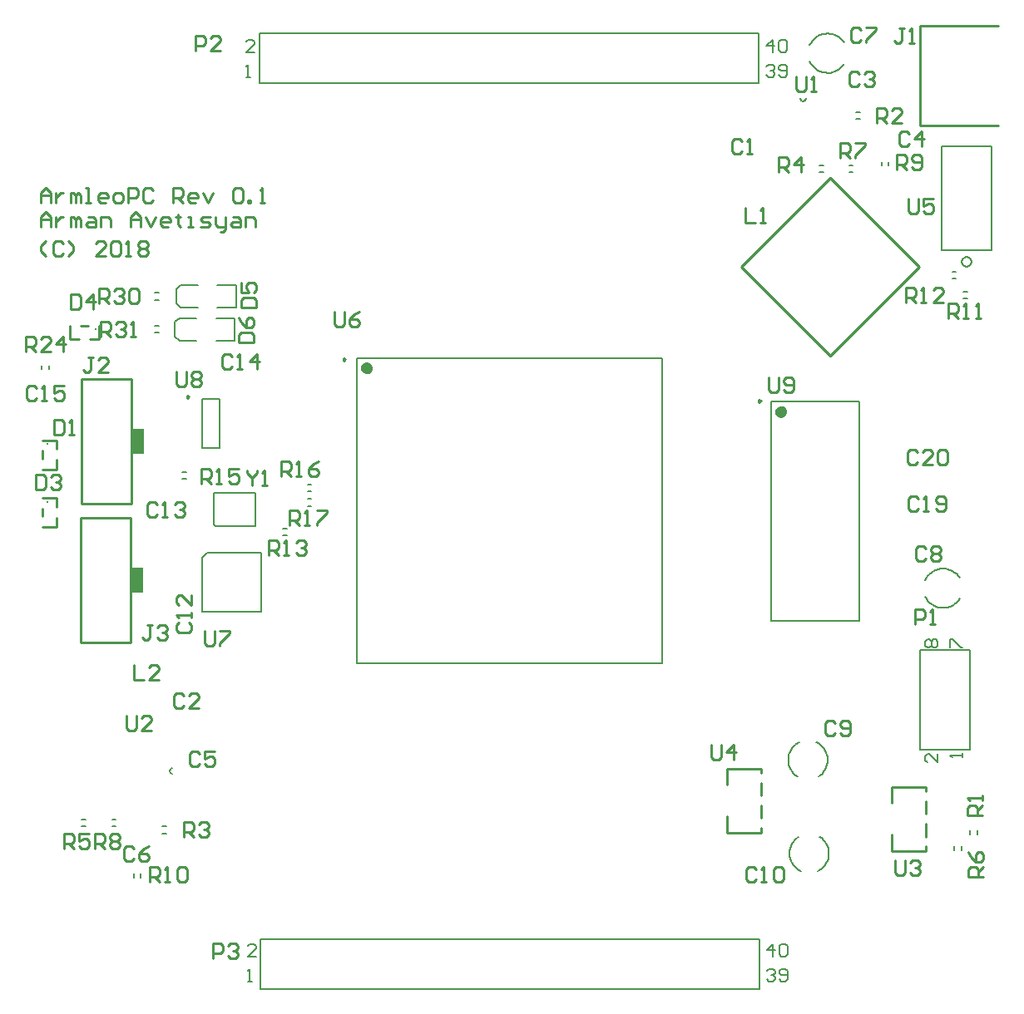
<source format=gto>
G04 Layer_Color=65535*
%FSLAX25Y25*%
%MOIN*%
G70*
G01*
G75*
%ADD34C,0.00787*%
%ADD49C,0.00984*%
%ADD50C,0.02362*%
%ADD51C,0.01000*%
%ADD52C,0.00394*%
%ADD53C,0.01000*%
%ADD54C,0.00600*%
%ADD55C,0.00800*%
%ADD56R,0.05000X0.10000*%
D34*
X415575Y475564D02*
X416044Y474689D01*
X416620Y473880D01*
X417292Y473149D01*
X418052Y472510D01*
X418886Y471970D01*
X419781Y471540D01*
X420723Y471226D01*
X421697Y471033D01*
X422687Y470965D01*
X423679Y471021D01*
X424655Y471202D01*
X425601Y471504D01*
X426501Y471923D01*
X427342Y472452D01*
X428109Y473082D01*
X428791Y473804D01*
X429376Y474606D01*
X429376Y483071D02*
X428791Y483873D01*
X428109Y484595D01*
X427342Y485225D01*
X426501Y485754D01*
X425601Y486173D01*
X424655Y486475D01*
X423679Y486656D01*
X422687Y486713D01*
X421697Y486644D01*
X420723Y486451D01*
X419781Y486137D01*
X418886Y485707D01*
X418052Y485168D01*
X417292Y484528D01*
X416620Y483797D01*
X416044Y482988D01*
X415575Y482113D01*
X480315Y395268D02*
X480051Y396252D01*
X479331Y396972D01*
X478346Y397236D01*
X477362Y396972D01*
X476642Y396252D01*
X476378Y395268D01*
X476642Y394284D01*
X477362Y393563D01*
X478346Y393299D01*
X479331Y393563D01*
X480051Y394284D01*
X480315Y395268D01*
X160216Y192195D02*
X159333Y191829D01*
X158967Y190945D01*
X159333Y190061D01*
X160216Y189695D01*
X461835Y260997D02*
X462304Y260122D01*
X462880Y259313D01*
X463552Y258582D01*
X464312Y257943D01*
X465145Y257403D01*
X466040Y256973D01*
X466983Y256660D01*
X467956Y256467D01*
X468947Y256398D01*
X469939Y256454D01*
X470915Y256635D01*
X471861Y256937D01*
X472761Y257356D01*
X473601Y257885D01*
X474369Y258515D01*
X475050Y259237D01*
X475636Y260039D01*
X475636Y268504D02*
X475050Y269306D01*
X474369Y270028D01*
X473601Y270658D01*
X472761Y271187D01*
X471861Y271606D01*
X470915Y271908D01*
X469939Y272089D01*
X468947Y272146D01*
X467956Y272077D01*
X466983Y271884D01*
X466040Y271570D01*
X465145Y271140D01*
X464312Y270601D01*
X463552Y269961D01*
X462880Y269230D01*
X462304Y268421D01*
X461835Y267546D01*
X411588Y202535D02*
X410713Y202066D01*
X409903Y201490D01*
X409173Y200818D01*
X408533Y200059D01*
X407994Y199225D01*
X407564Y198330D01*
X407250Y197388D01*
X407057Y196414D01*
X406988Y195423D01*
X407045Y194432D01*
X407226Y193455D01*
X407528Y192509D01*
X407947Y191609D01*
X408475Y190769D01*
X409106Y190001D01*
X409828Y189320D01*
X410630Y188734D01*
X419095D02*
X419897Y189320D01*
X420618Y190001D01*
X421249Y190769D01*
X421778Y191609D01*
X422197Y192509D01*
X422499Y193455D01*
X422680Y194432D01*
X422736Y195423D01*
X422667Y196414D01*
X422474Y197388D01*
X422160Y198330D01*
X421731Y199225D01*
X421191Y200058D01*
X420551Y200818D01*
X419821Y201490D01*
X419012Y202066D01*
X418137Y202535D01*
X418629Y150812D02*
X419504Y151280D01*
X420313Y151856D01*
X421043Y152529D01*
X421683Y153288D01*
X422223Y154122D01*
X422653Y155017D01*
X422966Y155959D01*
X423159Y156933D01*
X423228Y157923D01*
X423172Y158915D01*
X422991Y159891D01*
X422689Y160837D01*
X422270Y161737D01*
X421741Y162578D01*
X421111Y163345D01*
X420389Y164027D01*
X419587Y164612D01*
X411122Y164612D02*
X410320Y164027D01*
X409598Y163345D01*
X408968Y162578D01*
X408439Y161737D01*
X408020Y160837D01*
X407718Y159891D01*
X407537Y158915D01*
X407480Y157923D01*
X407549Y156933D01*
X407742Y155959D01*
X408056Y155017D01*
X408486Y154122D01*
X409025Y153288D01*
X409665Y152529D01*
X410396Y151856D01*
X411205Y151280D01*
X412080Y150812D01*
X411644Y460906D02*
X412010Y460022D01*
X412894Y459656D01*
X413778Y460022D01*
X414144Y460906D01*
X107874Y352067D02*
Y353642D01*
X110630Y352067D02*
Y353642D01*
X164075Y310925D02*
X165650D01*
X164075Y308169D02*
X165650D01*
X214272Y300098D02*
X215846D01*
X214272Y297342D02*
X215846D01*
X204429Y288287D02*
X206004D01*
X204429Y285531D02*
X206004D01*
X214272Y306004D02*
X215846D01*
X214272Y303248D02*
X215846D01*
X434252Y452362D02*
X435827D01*
X434252Y455118D02*
X435827D01*
X153248Y369488D02*
X154823D01*
X153248Y366732D02*
X154823D01*
X163583Y376870D02*
X170276D01*
X161614Y384350D02*
X163583Y385925D01*
X161614Y378445D02*
X163583Y376870D01*
Y385925D02*
X170276D01*
X161614Y378445D02*
Y384350D01*
X185630Y376870D02*
Y385925D01*
X178150Y376870D02*
X185630D01*
X178150Y385925D02*
X185630D01*
X153248Y382776D02*
X154823D01*
X153248Y380020D02*
X154823D01*
X163090Y363587D02*
X169782D01*
X161121Y371067D02*
X163090Y372642D01*
X161121Y365162D02*
X163090Y363587D01*
Y372642D02*
X169782D01*
X161121Y365162D02*
Y371067D01*
X185137Y363587D02*
Y372642D01*
X177656Y363587D02*
X185137D01*
X177656Y372642D02*
X185137D01*
X156201Y165945D02*
X157776D01*
X156201Y168701D02*
X157776D01*
X123721Y168898D02*
X125295D01*
X123721Y171653D02*
X125295D01*
X136024Y171653D02*
X137598D01*
X136024Y168898D02*
X137598D01*
X147539Y148327D02*
Y149902D01*
X144783Y148327D02*
Y149902D01*
X431299Y433957D02*
X432874D01*
X431299Y431201D02*
X432874D01*
X419488Y431201D02*
X421063D01*
X419488Y433957D02*
X421063D01*
X447244Y433760D02*
Y435335D01*
X444488Y433760D02*
Y435335D01*
X400000Y251279D02*
Y339075D01*
X435433Y251279D02*
Y339075D01*
X400000D02*
X435433D01*
X400000Y251279D02*
X435433D01*
X172146Y320374D02*
X179232D01*
X172146Y340059D02*
X179232D01*
Y320374D02*
Y340059D01*
X172146Y320374D02*
Y340059D01*
X234055Y234055D02*
Y356496D01*
X356496Y234055D02*
Y356496D01*
X234055D02*
X356496D01*
X234055Y234055D02*
X356496D01*
X479902Y199409D02*
Y239409D01*
X459902Y199409D02*
Y239409D01*
Y199409D02*
X479902D01*
X459902Y239409D02*
X479902D01*
X395197Y466791D02*
Y486791D01*
X195197Y466791D02*
Y486791D01*
X395197D01*
X195197Y466791D02*
X395197D01*
X395354Y103602D02*
Y123602D01*
X195354Y103602D02*
Y123602D01*
X395354D01*
X195354Y103602D02*
X395354D01*
X473524Y159153D02*
Y160728D01*
X476279Y159153D02*
Y160728D01*
X479921Y165551D02*
Y167126D01*
X482677Y165551D02*
Y167126D01*
X172244Y276575D02*
X174213Y278543D01*
X195866D01*
Y254921D02*
Y278543D01*
X172244Y254921D02*
X195866D01*
X172244D02*
Y276575D01*
X180709Y289075D02*
X193307D01*
Y302461D01*
X176772D02*
X193307D01*
X176772Y289862D02*
Y302461D01*
Y289862D02*
X177559Y289075D01*
X180709D01*
X472638Y391142D02*
X474213D01*
X472638Y388386D02*
X474213D01*
X477067Y383268D02*
X478642D01*
X477067Y380512D02*
X478642D01*
D49*
X395965Y339370D02*
X395226Y339796D01*
Y338944D01*
X395965Y339370D01*
X166732Y341063D02*
X165994Y341489D01*
Y340637D01*
X166732Y341063D01*
X229429Y356102D02*
X228691Y356529D01*
Y355676D01*
X229429Y356102D01*
D50*
X405118Y335138D02*
X404673Y336061D01*
X403674Y336289D01*
X402873Y335650D01*
Y334625D01*
X403674Y333986D01*
X404673Y334214D01*
X405118Y335138D01*
X239173Y352559D02*
X238728Y353483D01*
X237729Y353711D01*
X236928Y353071D01*
Y352047D01*
X237729Y351408D01*
X238728Y351636D01*
X239173Y352559D01*
D51*
X129331Y368110D02*
D03*
X109941Y298917D02*
D03*
Y322047D02*
D03*
D52*
X176575Y288681D02*
D03*
D53*
X459768Y449803D02*
X491264D01*
X459768D02*
Y489961D01*
X491264D01*
X423721Y428842D02*
X459354Y393209D01*
X388087D02*
X423721Y428842D01*
X388087Y393209D02*
X423721Y357575D01*
X459354Y393209D01*
X462106Y182776D02*
Y184547D01*
X448327D02*
X462106D01*
Y173721D02*
Y178839D01*
Y164665D02*
Y169783D01*
Y158957D02*
Y160728D01*
X448327Y178051D02*
Y184547D01*
X448524Y158957D02*
X462106D01*
X448524D02*
Y165453D01*
X396161Y190157D02*
Y191929D01*
X382382D02*
X396161D01*
Y181102D02*
Y186221D01*
Y172047D02*
Y177165D01*
Y166339D02*
Y168110D01*
X382382Y185433D02*
Y191929D01*
X382579Y166339D02*
X396161D01*
X382579D02*
Y172835D01*
X123425Y369685D02*
X126575D01*
X127165Y364173D02*
X130709D01*
Y369685D01*
X119095Y364173D02*
X122835D01*
X119095D02*
Y369685D01*
X108169Y293209D02*
Y296358D01*
X113681Y296949D02*
Y300492D01*
X108169D02*
X113681D01*
Y288878D02*
Y292618D01*
X108169Y288878D02*
X113681D01*
X123445Y242559D02*
Y292559D01*
Y242559D02*
X143445D01*
Y292559D01*
X123445D02*
X143445D01*
X123779Y298327D02*
Y348327D01*
Y298327D02*
X143780D01*
Y348327D01*
X123779D02*
X143780D01*
X108169Y316339D02*
Y319488D01*
X113681Y320079D02*
Y323622D01*
X108169D02*
X113681D01*
Y312008D02*
Y315748D01*
X108169Y312008D02*
X113681D01*
X107299Y418848D02*
Y422847D01*
X109299Y424846D01*
X111298Y422847D01*
Y418848D01*
Y421847D01*
X107299D01*
X113297Y422847D02*
Y418848D01*
Y420848D01*
X114297Y421847D01*
X115297Y422847D01*
X116296D01*
X119295Y418848D02*
Y422847D01*
X120295D01*
X121295Y421847D01*
Y418848D01*
Y421847D01*
X122294Y422847D01*
X123294Y421847D01*
Y418848D01*
X125293D02*
X127293D01*
X126293D01*
Y424846D01*
X125293D01*
X133291Y418848D02*
X131291D01*
X130292Y419848D01*
Y421847D01*
X131291Y422847D01*
X133291D01*
X134291Y421847D01*
Y420848D01*
X130292D01*
X137290Y418848D02*
X139289D01*
X140288Y419848D01*
Y421847D01*
X139289Y422847D01*
X137290D01*
X136290Y421847D01*
Y419848D01*
X137290Y418848D01*
X142288D02*
Y424846D01*
X145287D01*
X146287Y423847D01*
Y421847D01*
X145287Y420848D01*
X142288D01*
X152285Y423847D02*
X151285Y424846D01*
X149286D01*
X148286Y423847D01*
Y419848D01*
X149286Y418848D01*
X151285D01*
X152285Y419848D01*
X160282Y418848D02*
Y424846D01*
X163281D01*
X164281Y423847D01*
Y421847D01*
X163281Y420848D01*
X160282D01*
X162281D02*
X164281Y418848D01*
X169279D02*
X167280D01*
X166280Y419848D01*
Y421847D01*
X167280Y422847D01*
X169279D01*
X170279Y421847D01*
Y420848D01*
X166280D01*
X172278Y422847D02*
X174277Y418848D01*
X176277Y422847D01*
X184274Y423847D02*
X185274Y424846D01*
X187273D01*
X188273Y423847D01*
Y419848D01*
X187273Y418848D01*
X185274D01*
X184274Y419848D01*
Y423847D01*
X190272Y418848D02*
Y419848D01*
X191272D01*
Y418848D01*
X190272D01*
X195271D02*
X197270D01*
X196270D01*
Y424846D01*
X195271Y423847D01*
X107299Y409251D02*
Y413249D01*
X109299Y415249D01*
X111298Y413249D01*
Y409251D01*
Y412250D01*
X107299D01*
X113297Y413249D02*
Y409251D01*
Y411250D01*
X114297Y412250D01*
X115297Y413249D01*
X116296D01*
X119295Y409251D02*
Y413249D01*
X120295D01*
X121295Y412250D01*
Y409251D01*
Y412250D01*
X122294Y413249D01*
X123294Y412250D01*
Y409251D01*
X126293Y413249D02*
X128292D01*
X129292Y412250D01*
Y409251D01*
X126293D01*
X125293Y410250D01*
X126293Y411250D01*
X129292D01*
X131291Y409251D02*
Y413249D01*
X134291D01*
X135290Y412250D01*
Y409251D01*
X143288D02*
Y413249D01*
X145287Y415249D01*
X147286Y413249D01*
Y409251D01*
Y412250D01*
X143288D01*
X149286Y413249D02*
X151285Y409251D01*
X153284Y413249D01*
X158283Y409251D02*
X156283D01*
X155284Y410250D01*
Y412250D01*
X156283Y413249D01*
X158283D01*
X159282Y412250D01*
Y411250D01*
X155284D01*
X162281Y414249D02*
Y413249D01*
X161282D01*
X163281D01*
X162281D01*
Y410250D01*
X163281Y409251D01*
X166280D02*
X168280D01*
X167280D01*
Y413249D01*
X166280D01*
X171279Y409251D02*
X174277D01*
X175277Y410250D01*
X174277Y411250D01*
X172278D01*
X171279Y412250D01*
X172278Y413249D01*
X175277D01*
X177277D02*
Y410250D01*
X178276Y409251D01*
X181275D01*
Y408251D01*
X180276Y407251D01*
X179276D01*
X181275Y409251D02*
Y413249D01*
X184274D02*
X186274D01*
X187273Y412250D01*
Y409251D01*
X184274D01*
X183275Y410250D01*
X184274Y411250D01*
X187273D01*
X189273Y409251D02*
Y413249D01*
X192272D01*
X193271Y412250D01*
Y409251D01*
X109299Y397654D02*
X107299Y399653D01*
Y401652D01*
X109299Y403652D01*
X116296Y402652D02*
X115297Y403652D01*
X113297D01*
X112298Y402652D01*
Y398653D01*
X113297Y397654D01*
X115297D01*
X116296Y398653D01*
X118296Y397654D02*
X120295Y399653D01*
Y401652D01*
X118296Y403652D01*
X133291Y397654D02*
X129292D01*
X133291Y401652D01*
Y402652D01*
X132291Y403652D01*
X130292D01*
X129292Y402652D01*
X135290D02*
X136290Y403652D01*
X138289D01*
X139289Y402652D01*
Y398653D01*
X138289Y397654D01*
X136290D01*
X135290Y398653D01*
Y402652D01*
X141288Y397654D02*
X143288D01*
X142288D01*
Y403652D01*
X141288Y402652D01*
X146287D02*
X147286Y403652D01*
X149286D01*
X150285Y402652D01*
Y401652D01*
X149286Y400653D01*
X150285Y399653D01*
Y398653D01*
X149286Y397654D01*
X147286D01*
X146287Y398653D01*
Y399653D01*
X147286Y400653D01*
X146287Y401652D01*
Y402652D01*
X147286Y400653D02*
X149286D01*
X453310Y488774D02*
X451310D01*
X452310D01*
Y483775D01*
X451310Y482776D01*
X450311D01*
X449311Y483775D01*
X455309Y482776D02*
X457308D01*
X456309D01*
Y488774D01*
X455309Y487774D01*
X184170Y357298D02*
X183170Y358298D01*
X181171D01*
X180171Y357298D01*
Y353300D01*
X181171Y352300D01*
X183170D01*
X184170Y353300D01*
X186169Y352300D02*
X188168D01*
X187169D01*
Y358298D01*
X186169Y357298D01*
X194166Y352300D02*
Y358298D01*
X191167Y355299D01*
X195166D01*
X198819Y277559D02*
Y283557D01*
X201818D01*
X202818Y282557D01*
Y280558D01*
X201818Y279558D01*
X198819D01*
X200818D02*
X202818Y277559D01*
X204817D02*
X206816D01*
X205817D01*
Y283557D01*
X204817Y282557D01*
X209815D02*
X210815Y283557D01*
X212814D01*
X213814Y282557D01*
Y281558D01*
X212814Y280558D01*
X211815D01*
X212814D01*
X213814Y279558D01*
Y278559D01*
X212814Y277559D01*
X210815D01*
X209815Y278559D01*
X131398Y365158D02*
Y371156D01*
X134397D01*
X135396Y370156D01*
Y368157D01*
X134397Y367157D01*
X131398D01*
X133397D02*
X135396Y365158D01*
X137396Y370156D02*
X138395Y371156D01*
X140395D01*
X141394Y370156D01*
Y369156D01*
X140395Y368157D01*
X139395D01*
X140395D01*
X141394Y367157D01*
Y366157D01*
X140395Y365158D01*
X138395D01*
X137396Y366157D01*
X143394Y365158D02*
X145393D01*
X144393D01*
Y371156D01*
X143394Y370156D01*
X130905Y378445D02*
Y384443D01*
X133905D01*
X134904Y383443D01*
Y381444D01*
X133905Y380444D01*
X130905D01*
X132905D02*
X134904Y378445D01*
X136904Y383443D02*
X137903Y384443D01*
X139903D01*
X140902Y383443D01*
Y382444D01*
X139903Y381444D01*
X138903D01*
X139903D01*
X140902Y380444D01*
Y379445D01*
X139903Y378445D01*
X137903D01*
X136904Y379445D01*
X142902Y383443D02*
X143901Y384443D01*
X145901D01*
X146900Y383443D01*
Y379445D01*
X145901Y378445D01*
X143901D01*
X142902Y379445D01*
Y383443D01*
X186915Y362697D02*
X192913D01*
Y365696D01*
X191914Y366696D01*
X187915D01*
X186915Y365696D01*
Y362697D01*
Y372694D02*
X187915Y370694D01*
X189914Y368695D01*
X191914D01*
X192913Y369695D01*
Y371694D01*
X191914Y372694D01*
X190914D01*
X189914Y371694D01*
Y368695D01*
X187900Y376969D02*
X193898D01*
Y379967D01*
X192898Y380967D01*
X188899D01*
X187900Y379967D01*
Y376969D01*
Y386965D02*
Y382967D01*
X190899D01*
X189899Y384966D01*
Y385966D01*
X190899Y386965D01*
X192898D01*
X193898Y385966D01*
Y383966D01*
X192898Y382967D01*
X101378Y359252D02*
Y365250D01*
X104377D01*
X105377Y364250D01*
Y362251D01*
X104377Y361251D01*
X101378D01*
X103377D02*
X105377Y359252D01*
X111375D02*
X107376D01*
X111375Y363251D01*
Y364250D01*
X110375Y365250D01*
X108376D01*
X107376Y364250D01*
X116373Y359252D02*
Y365250D01*
X113374Y362251D01*
X117373D01*
X207185Y289370D02*
Y295368D01*
X210184D01*
X211184Y294368D01*
Y292369D01*
X210184Y291369D01*
X207185D01*
X209184D02*
X211184Y289370D01*
X213183D02*
X215182D01*
X214183D01*
Y295368D01*
X213183Y294368D01*
X218181Y295368D02*
X222180D01*
Y294368D01*
X218181Y290370D01*
Y289370D01*
X203740Y309055D02*
Y315053D01*
X206739D01*
X207739Y314054D01*
Y312054D01*
X206739Y311054D01*
X203740D01*
X205739D02*
X207739Y309055D01*
X209738D02*
X211738D01*
X210738D01*
Y315053D01*
X209738Y314054D01*
X218735Y315053D02*
X216736Y314054D01*
X214737Y312054D01*
Y310055D01*
X215736Y309055D01*
X217736D01*
X218735Y310055D01*
Y311054D01*
X217736Y312054D01*
X214737D01*
X171752Y306102D02*
Y312100D01*
X174751D01*
X175751Y311101D01*
Y309101D01*
X174751Y308102D01*
X171752D01*
X173751D02*
X175751Y306102D01*
X177750D02*
X179749D01*
X178750D01*
Y312100D01*
X177750Y311101D01*
X186747Y312100D02*
X182748D01*
Y309101D01*
X184748Y310101D01*
X185747D01*
X186747Y309101D01*
Y307102D01*
X185747Y306102D01*
X183748D01*
X182748Y307102D01*
X152129Y249600D02*
X150129D01*
X151129D01*
Y244602D01*
X150129Y243602D01*
X149130D01*
X148130Y244602D01*
X154128Y248601D02*
X155128Y249600D01*
X157127D01*
X158127Y248601D01*
Y247601D01*
X157127Y246601D01*
X156127D01*
X157127D01*
X158127Y245602D01*
Y244602D01*
X157127Y243602D01*
X155128D01*
X154128Y244602D01*
X128507Y356884D02*
X126507D01*
X127507D01*
Y351886D01*
X126507Y350886D01*
X125507D01*
X124508Y351886D01*
X134505Y350886D02*
X130506D01*
X134505Y354885D01*
Y355884D01*
X133505Y356884D01*
X131506D01*
X130506Y355884D01*
X105869Y344565D02*
X104869Y345565D01*
X102870D01*
X101870Y344565D01*
Y340567D01*
X102870Y339567D01*
X104869D01*
X105869Y340567D01*
X107868Y339567D02*
X109868D01*
X108868D01*
Y345565D01*
X107868Y344565D01*
X116865Y345565D02*
X112866D01*
Y342566D01*
X114866Y343566D01*
X115866D01*
X116865Y342566D01*
Y340567D01*
X115866Y339567D01*
X113866D01*
X112866Y340567D01*
X162817Y250554D02*
X161817Y249554D01*
Y247555D01*
X162817Y246555D01*
X166815D01*
X167815Y247555D01*
Y249554D01*
X166815Y250554D01*
X167815Y252553D02*
Y254553D01*
Y253553D01*
X161817D01*
X162817Y252553D01*
X167815Y261550D02*
Y257552D01*
X163816Y261550D01*
X162817D01*
X161817Y260551D01*
Y258551D01*
X162817Y257552D01*
X189961Y311608D02*
Y310609D01*
X191960Y308609D01*
X193959Y310609D01*
Y311608D01*
X191960Y308609D02*
Y305610D01*
X195959D02*
X197958D01*
X196958D01*
Y311608D01*
X195959Y310609D01*
X161780Y351059D02*
Y346060D01*
X162780Y345061D01*
X164779D01*
X165779Y346060D01*
Y351059D01*
X167778Y350059D02*
X168778Y351059D01*
X170777D01*
X171777Y350059D01*
Y349059D01*
X170777Y348060D01*
X171777Y347060D01*
Y346060D01*
X170777Y345061D01*
X168778D01*
X167778Y346060D01*
Y347060D01*
X168778Y348060D01*
X167778Y349059D01*
Y350059D01*
X168778Y348060D02*
X170777D01*
X399114Y349010D02*
Y344011D01*
X400114Y343012D01*
X402113D01*
X403113Y344011D01*
Y349010D01*
X405112Y344011D02*
X406112Y343012D01*
X408111D01*
X409111Y344011D01*
Y348010D01*
X408111Y349010D01*
X406112D01*
X405112Y348010D01*
Y347010D01*
X406112Y346011D01*
X409111D01*
X376179Y201444D02*
Y196445D01*
X377178Y195446D01*
X379178D01*
X380177Y196445D01*
Y201444D01*
X385176Y195446D02*
Y201444D01*
X382177Y198445D01*
X386175D01*
X449803Y155112D02*
Y150114D01*
X450803Y149114D01*
X452802D01*
X453802Y150114D01*
Y155112D01*
X455801Y154113D02*
X456801Y155112D01*
X458800D01*
X459800Y154113D01*
Y153113D01*
X458800Y152113D01*
X457801D01*
X458800D01*
X459800Y151113D01*
Y150114D01*
X458800Y149114D01*
X456801D01*
X455801Y150114D01*
X454232Y378937D02*
Y384935D01*
X457231D01*
X458231Y383935D01*
Y381936D01*
X457231Y380936D01*
X454232D01*
X456232D02*
X458231Y378937D01*
X460230D02*
X462230D01*
X461230D01*
Y384935D01*
X460230Y383935D01*
X469227Y378937D02*
X465229D01*
X469227Y382936D01*
Y383935D01*
X468228Y384935D01*
X466228D01*
X465229Y383935D01*
X470965Y372539D02*
Y378537D01*
X473964D01*
X474963Y377538D01*
Y375538D01*
X473964Y374539D01*
X470965D01*
X472964D02*
X474963Y372539D01*
X476963D02*
X478962D01*
X477962D01*
Y378537D01*
X476963Y377538D01*
X481961Y372539D02*
X483960D01*
X482961D01*
Y378537D01*
X481961Y377538D01*
X485236Y148622D02*
X479238D01*
Y151621D01*
X480238Y152621D01*
X482237D01*
X483237Y151621D01*
Y148622D01*
Y150621D02*
X485236Y152621D01*
X479238Y158619D02*
X480238Y156620D01*
X482237Y154620D01*
X484236D01*
X485236Y155620D01*
Y157619D01*
X484236Y158619D01*
X483237D01*
X482237Y157619D01*
Y154620D01*
X484744Y173228D02*
X478746D01*
Y176227D01*
X479746Y177227D01*
X481745D01*
X482745Y176227D01*
Y173228D01*
Y175228D02*
X484744Y177227D01*
Y179226D02*
Y181226D01*
Y180226D01*
X478746D01*
X479746Y179226D01*
X457677Y250000D02*
Y255998D01*
X460676D01*
X461676Y254998D01*
Y252999D01*
X460676Y251999D01*
X457677D01*
X463675Y250000D02*
X465675D01*
X464675D01*
Y255998D01*
X463675Y254998D01*
X112697Y331785D02*
Y325787D01*
X115696D01*
X116696Y326787D01*
Y330786D01*
X115696Y331785D01*
X112697D01*
X118695Y325787D02*
X120694D01*
X119695D01*
Y331785D01*
X118695Y330786D01*
X105579Y309949D02*
Y303951D01*
X108579D01*
X109578Y304951D01*
Y308949D01*
X108579Y309949D01*
X105579D01*
X111578Y308949D02*
X112577Y309949D01*
X114577D01*
X115576Y308949D01*
Y307950D01*
X114577Y306950D01*
X113577D01*
X114577D01*
X115576Y305950D01*
Y304951D01*
X114577Y303951D01*
X112577D01*
X111578Y304951D01*
X119584Y382232D02*
Y376234D01*
X122583D01*
X123583Y377234D01*
Y381232D01*
X122583Y382232D01*
X119584D01*
X128581Y376234D02*
Y382232D01*
X125582Y379233D01*
X129581D01*
X458723Y318975D02*
X457723Y319974D01*
X455724D01*
X454724Y318975D01*
Y314976D01*
X455724Y313976D01*
X457723D01*
X458723Y314976D01*
X464721Y313976D02*
X460722D01*
X464721Y317975D01*
Y318975D01*
X463722Y319974D01*
X461722D01*
X460722Y318975D01*
X466720D02*
X467720Y319974D01*
X469720D01*
X470719Y318975D01*
Y314976D01*
X469720Y313976D01*
X467720D01*
X466720Y314976D01*
Y318975D01*
X459215Y300274D02*
X458216Y301274D01*
X456216D01*
X455217Y300274D01*
Y296275D01*
X456216Y295276D01*
X458216D01*
X459215Y296275D01*
X461215Y295276D02*
X463214D01*
X462214D01*
Y301274D01*
X461215Y300274D01*
X466213Y296275D02*
X467213Y295276D01*
X469212D01*
X470212Y296275D01*
Y300274D01*
X469212Y301274D01*
X467213D01*
X466213Y300274D01*
Y299274D01*
X467213Y298275D01*
X470212D01*
X154097Y297813D02*
X153097Y298813D01*
X151098D01*
X150098Y297813D01*
Y293815D01*
X151098Y292815D01*
X153097D01*
X154097Y293815D01*
X156096Y292815D02*
X158096D01*
X157096D01*
Y298813D01*
X156096Y297813D01*
X161095D02*
X162094Y298813D01*
X164094D01*
X165094Y297813D01*
Y296814D01*
X164094Y295814D01*
X163094D01*
X164094D01*
X165094Y294814D01*
Y293815D01*
X164094Y292815D01*
X162094D01*
X161095Y293815D01*
X394255Y151652D02*
X393255Y152652D01*
X391256D01*
X390256Y151652D01*
Y147653D01*
X391256Y146653D01*
X393255D01*
X394255Y147653D01*
X396254Y146653D02*
X398253D01*
X397254D01*
Y152652D01*
X396254Y151652D01*
X401252D02*
X402252Y152652D01*
X404251D01*
X405251Y151652D01*
Y147653D01*
X404251Y146653D01*
X402252D01*
X401252Y147653D01*
Y151652D01*
X425751Y210215D02*
X424751Y211215D01*
X422752D01*
X421752Y210215D01*
Y206216D01*
X422752Y205217D01*
X424751D01*
X425751Y206216D01*
X427750D02*
X428750Y205217D01*
X430749D01*
X431749Y206216D01*
Y210215D01*
X430749Y211215D01*
X428750D01*
X427750Y210215D01*
Y209215D01*
X428750Y208216D01*
X431749D01*
X462168Y280097D02*
X461168Y281097D01*
X459169D01*
X458169Y280097D01*
Y276098D01*
X459169Y275098D01*
X461168D01*
X462168Y276098D01*
X464167Y280097D02*
X465167Y281097D01*
X467166D01*
X468166Y280097D01*
Y279097D01*
X467166Y278097D01*
X468166Y277098D01*
Y276098D01*
X467166Y275098D01*
X465167D01*
X464167Y276098D01*
Y277098D01*
X465167Y278097D01*
X464167Y279097D01*
Y280097D01*
X465167Y278097D02*
X467166D01*
X436085Y488266D02*
X435086Y489266D01*
X433086D01*
X432087Y488266D01*
Y484267D01*
X433086Y483268D01*
X435086D01*
X436085Y484267D01*
X438085Y489266D02*
X442083D01*
Y488266D01*
X438085Y484267D01*
Y483268D01*
X225200Y375298D02*
Y370300D01*
X226200Y369300D01*
X228199D01*
X229199Y370300D01*
Y375298D01*
X235197D02*
X233197Y374298D01*
X231198Y372299D01*
Y370300D01*
X232198Y369300D01*
X234197D01*
X235197Y370300D01*
Y371299D01*
X234197Y372299D01*
X231198D01*
X169291Y479823D02*
Y485821D01*
X172290D01*
X173290Y484821D01*
Y482822D01*
X172290Y481822D01*
X169291D01*
X179288Y479823D02*
X175289D01*
X179288Y483821D01*
Y484821D01*
X178288Y485821D01*
X176289D01*
X175289Y484821D01*
X176339Y115984D02*
Y121982D01*
X179338D01*
X180337Y120983D01*
Y118983D01*
X179338Y117984D01*
X176339D01*
X182337Y120983D02*
X183336Y121982D01*
X185336D01*
X186335Y120983D01*
Y119983D01*
X185336Y118983D01*
X184336D01*
X185336D01*
X186335Y117984D01*
Y116984D01*
X185336Y115984D01*
X183336D01*
X182337Y116984D01*
X173228Y247140D02*
Y242141D01*
X174228Y241142D01*
X176227D01*
X177227Y242141D01*
Y247140D01*
X179226D02*
X183225D01*
Y246140D01*
X179226Y242141D01*
Y241142D01*
X455217Y420368D02*
Y415370D01*
X456216Y414370D01*
X458216D01*
X459215Y415370D01*
Y420368D01*
X465213D02*
X461215D01*
Y417369D01*
X463214Y418369D01*
X464214D01*
X465213Y417369D01*
Y415370D01*
X464214Y414370D01*
X462214D01*
X461215Y415370D01*
X388349Y443483D02*
X387349Y444482D01*
X385350D01*
X384350Y443483D01*
Y439484D01*
X385350Y438484D01*
X387349D01*
X388349Y439484D01*
X390349Y438484D02*
X392348D01*
X391348D01*
Y444482D01*
X390349Y443483D01*
X164924Y221042D02*
X163924Y222041D01*
X161925D01*
X160925Y221042D01*
Y217043D01*
X161925Y216043D01*
X163924D01*
X164924Y217043D01*
X170922Y216043D02*
X166923D01*
X170922Y220042D01*
Y221042D01*
X169922Y222041D01*
X167923D01*
X166923Y221042D01*
X435599Y470498D02*
X434599Y471498D01*
X432600D01*
X431600Y470498D01*
Y466500D01*
X432600Y465500D01*
X434599D01*
X435599Y466500D01*
X437598Y470498D02*
X438598Y471498D01*
X440597D01*
X441597Y470498D01*
Y469499D01*
X440597Y468499D01*
X439597D01*
X440597D01*
X441597Y467499D01*
Y466500D01*
X440597Y465500D01*
X438598D01*
X437598Y466500D01*
X455278Y446435D02*
X454279Y447435D01*
X452279D01*
X451279Y446435D01*
Y442437D01*
X452279Y441437D01*
X454279D01*
X455278Y442437D01*
X460277Y441437D02*
Y447435D01*
X457278Y444436D01*
X461276D01*
X170991Y197935D02*
X169991Y198935D01*
X167992D01*
X166992Y197935D01*
Y193937D01*
X167992Y192937D01*
X169991D01*
X170991Y193937D01*
X176989Y198935D02*
X172990D01*
Y195936D01*
X174989Y196936D01*
X175989D01*
X176989Y195936D01*
Y193937D01*
X175989Y192937D01*
X173990D01*
X172990Y193937D01*
X144747Y160018D02*
X143747Y161018D01*
X141748D01*
X140748Y160018D01*
Y156019D01*
X141748Y155020D01*
X143747D01*
X144747Y156019D01*
X150745Y161018D02*
X148745Y160018D01*
X146746Y158019D01*
Y156019D01*
X147746Y155020D01*
X149745D01*
X150745Y156019D01*
Y157019D01*
X149745Y158019D01*
X146746D01*
X389764Y416923D02*
Y410925D01*
X393762D01*
X395762D02*
X397761D01*
X396761D01*
Y416923D01*
X395762Y415924D01*
X144685Y233360D02*
Y227362D01*
X148684D01*
X154682D02*
X150683D01*
X154682Y231361D01*
Y232361D01*
X153682Y233360D01*
X151683D01*
X150683Y232361D01*
X442421Y450787D02*
Y456785D01*
X445420D01*
X446420Y455786D01*
Y453786D01*
X445420Y452787D01*
X442421D01*
X444421D02*
X446420Y450787D01*
X452418D02*
X448419D01*
X452418Y454786D01*
Y455786D01*
X451418Y456785D01*
X449419D01*
X448419Y455786D01*
X164862Y164370D02*
Y170368D01*
X167861D01*
X168861Y169369D01*
Y167369D01*
X167861Y166369D01*
X164862D01*
X166862D02*
X168861Y164370D01*
X170860Y169369D02*
X171860Y170368D01*
X173859D01*
X174859Y169369D01*
Y168369D01*
X173859Y167369D01*
X172860D01*
X173859D01*
X174859Y166369D01*
Y165370D01*
X173859Y164370D01*
X171860D01*
X170860Y165370D01*
X403051Y431102D02*
Y437100D01*
X406050D01*
X407050Y436101D01*
Y434101D01*
X406050Y433102D01*
X403051D01*
X405051D02*
X407050Y431102D01*
X412048D02*
Y437100D01*
X409049Y434101D01*
X413048D01*
X116621Y159878D02*
Y165876D01*
X119620D01*
X120620Y164876D01*
Y162877D01*
X119620Y161877D01*
X116621D01*
X118620D02*
X120620Y159878D01*
X126618Y165876D02*
X122619D01*
Y162877D01*
X124618Y163876D01*
X125618D01*
X126618Y162877D01*
Y160877D01*
X125618Y159878D01*
X123619D01*
X122619Y160877D01*
X427658Y437008D02*
Y443006D01*
X430656D01*
X431656Y442006D01*
Y440007D01*
X430656Y439007D01*
X427658D01*
X429657D02*
X431656Y437008D01*
X433656Y443006D02*
X437654D01*
Y442006D01*
X433656Y438007D01*
Y437008D01*
X128987Y159892D02*
Y165890D01*
X131986D01*
X132986Y164891D01*
Y162891D01*
X131986Y161891D01*
X128987D01*
X130987D02*
X132986Y159892D01*
X134985Y164891D02*
X135985Y165890D01*
X137985D01*
X138984Y164891D01*
Y163891D01*
X137985Y162891D01*
X138984Y161891D01*
Y160892D01*
X137985Y159892D01*
X135985D01*
X134985Y160892D01*
Y161891D01*
X135985Y162891D01*
X134985Y163891D01*
Y164891D01*
X135985Y162891D02*
X137985D01*
X450295Y432087D02*
Y438085D01*
X453294D01*
X454294Y437085D01*
Y435086D01*
X453294Y434086D01*
X450295D01*
X452295D02*
X454294Y432087D01*
X456293Y433086D02*
X457293Y432087D01*
X459292D01*
X460292Y433086D01*
Y437085D01*
X459292Y438085D01*
X457293D01*
X456293Y437085D01*
Y436085D01*
X457293Y435086D01*
X460292D01*
X151083Y146653D02*
Y152652D01*
X154082D01*
X155081Y151652D01*
Y149653D01*
X154082Y148653D01*
X151083D01*
X153082D02*
X155081Y146653D01*
X157081D02*
X159080D01*
X158080D01*
Y152652D01*
X157081Y151652D01*
X162079D02*
X163079Y152652D01*
X165078D01*
X166078Y151652D01*
Y147653D01*
X165078Y146653D01*
X163079D01*
X162079Y147653D01*
Y151652D01*
X409941Y469581D02*
Y464582D01*
X410941Y463583D01*
X412940D01*
X413940Y464582D01*
Y469581D01*
X415939Y463583D02*
X417938D01*
X416939D01*
Y469581D01*
X415939Y468581D01*
X141763Y213174D02*
Y208175D01*
X142763Y207176D01*
X144762D01*
X145762Y208175D01*
Y213174D01*
X151760Y207176D02*
X147761D01*
X151760Y211174D01*
Y212174D01*
X150760Y213174D01*
X148761D01*
X147761Y212174D01*
D54*
X488346Y400018D02*
Y441518D01*
X468347D02*
X488346D01*
X468347Y400018D02*
Y441518D01*
Y400018D02*
X488346D01*
D55*
X466902Y197742D02*
Y194409D01*
X463569Y197742D01*
X462736D01*
X461903Y196909D01*
Y195243D01*
X462736Y194409D01*
X476902Y196409D02*
Y198076D01*
Y197242D01*
X471903D01*
X472736Y196409D01*
X471903Y240409D02*
Y243742D01*
X472736D01*
X476068Y240409D01*
X476902D01*
X462736D02*
X461903Y241243D01*
Y242909D01*
X462736Y243742D01*
X463569D01*
X464402Y242909D01*
X465235Y243742D01*
X466069D01*
X466902Y242909D01*
Y241243D01*
X466069Y240409D01*
X465235D01*
X464402Y241243D01*
X463569Y240409D01*
X462736D01*
X464402Y241243D02*
Y242909D01*
X398197Y473464D02*
X399030Y474298D01*
X400696D01*
X401529Y473464D01*
Y472632D01*
X400696Y471798D01*
X399863D01*
X400696D01*
X401529Y470965D01*
Y470132D01*
X400696Y469299D01*
X399030D01*
X398197Y470132D01*
X403195D02*
X404028Y469299D01*
X405694D01*
X406528Y470132D01*
Y473464D01*
X405694Y474298D01*
X404028D01*
X403195Y473464D01*
Y472632D01*
X404028Y471798D01*
X406528D01*
X400696Y479299D02*
Y484298D01*
X398197Y481798D01*
X401529D01*
X403195Y483464D02*
X404028Y484298D01*
X405694D01*
X406528Y483464D01*
Y480132D01*
X405694Y479299D01*
X404028D01*
X403195Y480132D01*
Y483464D01*
X193037Y479299D02*
X189705D01*
X193037Y482631D01*
Y483464D01*
X192204Y484298D01*
X190538D01*
X189705Y483464D01*
Y469299D02*
X191371D01*
X190538D01*
Y474298D01*
X189705Y473464D01*
X398354Y110768D02*
X399187Y111601D01*
X400853D01*
X401687Y110768D01*
Y109935D01*
X400853Y109101D01*
X400021D01*
X400853D01*
X401687Y108268D01*
Y107435D01*
X400853Y106602D01*
X399187D01*
X398354Y107435D01*
X403353D02*
X404186Y106602D01*
X405852D01*
X406685Y107435D01*
Y110768D01*
X405852Y111601D01*
X404186D01*
X403353Y110768D01*
Y109935D01*
X404186Y109101D01*
X406685D01*
X400853Y116602D02*
Y121601D01*
X398354Y119102D01*
X401687D01*
X403353Y120768D02*
X404186Y121601D01*
X405852D01*
X406685Y120768D01*
Y117435D01*
X405852Y116602D01*
X404186D01*
X403353Y117435D01*
Y120768D01*
X193687Y116602D02*
X190354D01*
X193687Y119935D01*
Y120768D01*
X192853Y121601D01*
X191187D01*
X190354Y120768D01*
Y106602D02*
X192020D01*
X191187D01*
Y111601D01*
X190354Y110768D01*
D56*
X145945Y267559D02*
D03*
X146280Y323327D02*
D03*
M02*

</source>
